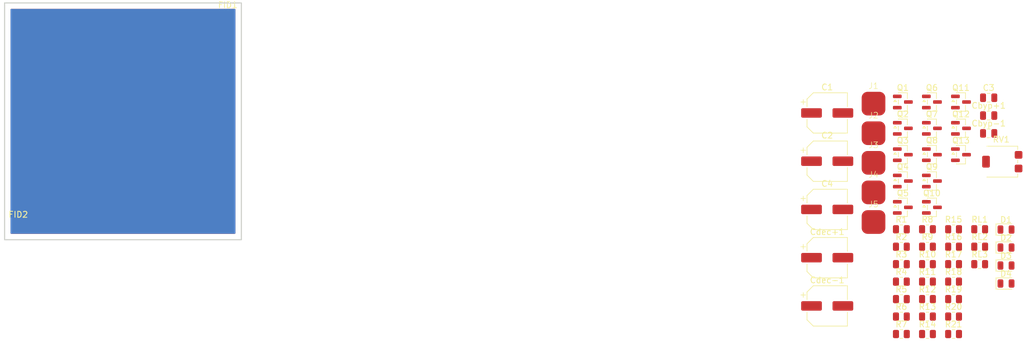
<source format=kicad_pcb>
(kicad_pcb (version 20241229) (generator "pcbnew") (generator_version "9.0")
  (layers (0 "F.Cu" signal) (2 "B.Cu" signal) (13 "F.Paste" user) (15 "B.Paste" user) (5 "F.SilkS" user "F.Silkscreen") (7 "B.SilkS" user "B.Silkscreen") (1 "F.Mask" user) (3 "B.Mask" user) (25 "Edge.Cuts" user))
  (net 0 "")
  (net 1 "/VIN")
  (net 2 "Net-(Q1-B)")
  (net 3 "Net-(C2-Pad2)")
  (net 4 "GND")
  (net 5 "Net-(Q1-C)")
  (net 6 "Net-(Q11-B)")
  (net 7 "Net-(Q10-B)")
  (net 8 "+20V")
  (net 9 "-20V")
  (net 10 "Net-(D1-K)")
  (net 11 "Net-(D2-K)")
  (net 12 "Net-(D3-A)")
  (net 13 "Net-(D4-A)")
  (net 14 "/Vout")
  (net 15 "Net-(Q1-E)")
  (net 16 "/Feedback")
  (net 17 "Net-(Q2-C)")
  (net 18 "Net-(Q2-E)")
  (net 19 "Net-(Q3-E)")
  (net 20 "Net-(Q4-E)")
  (net 21 "Net-(Q5-C)")
  (net 22 "Net-(Q5-E)")
  (net 23 "Net-(Q6-E)")
  (net 24 "Net-(Q8-E)")
  (net 25 "Net-(Q9-B)")
  (net 26 "Net-(Q10-E)")
  (net 27 "Net-(Q11-E)")
  (net 28 "Net-(Q12-E)")
  (net 29 "Net-(Q13-E)")
  (net 30 "Net-(R8-Pad2)")
  (net 31 "Net-(R15-Pad1)")
  (net 32 "Net-(R16-Pad1)")
  (net 33 "Net-(R17-Pad1)")
  (net 34 "Net-(RL1-Pad1)")
  (net 35 "Net-(RL2-Pad1)")
  (footprint "Diode_SMD:D_0805_2012Metric" (layer "F.Cu") (at 249.1825 121.32)
    (property "Reference" "D2" (at 0 -1.65 0) (layer "F.SilkS"))
    (property "Value" "D")
    (fp_line (start -1.685 -0.96) (end -1.685 0.96) (stroke (width 0.12)) (layer "F.SilkS"))
    (fp_line (start -1.685 0.96) (end 1 0.96) (stroke (width 0.12)) (layer "F.SilkS"))
    (fp_line (start 1 -0.96) (end -1.685 -0.96) (stroke (width 0.12)) (layer "F.SilkS"))
    (pad "1" smd roundrect (at -0.9375 0) (size 0.975 1.4) (layers "F.Cu" "F.Mask" "F.Paste") (net 11 "Net-(D2-K)"))
    (pad "2" smd roundrect (at 0.9375 0) (size 0.975 1.4) (layers "F.Cu" "F.Mask" "F.Paste") (net 10 "Net-(D1-K)"))
  )
  (footprint "my_lib_Radu:J_conn_4x4mm_Radu" (layer "F.Cu") (at 226.7975 107.01)
    (property "Reference" "J3" (at 0 -3 0) (layer "F.SilkS") (effects (font (thickness 0.1))))
    (property "Value" "Conn_01x01_Pin")
    (pad "1" smd roundrect (at 0 0) (size 4 4) (layers "F.Cu" "F.Mask" "F.Paste") (net 1 "/VIN"))
  )
  (footprint "my_lib_Radu:10uF_smd_6.3x5.4_Radu" (layer "F.Cu") (at 218.9725 98.585)
    (property "Reference" "C1" (at 0 -4.35 0) (layer "F.SilkS"))
    (property "Value" "10u")
    (fp_line (start -4.4375 -1.8475) (end -3.65 -1.8475) (stroke (width 0.12)) (layer "F.SilkS"))
    (fp_line (start -4.04375 -2.24125) (end -4.04375 -1.45375) (stroke (width 0.12)) (layer "F.SilkS"))
    (fp_line (start -3.41 -2.345563) (end -3.41 -1.06) (stroke (width 0.12)) (layer "F.SilkS"))
    (fp_line (start -3.41 -2.345563) (end -2.345563 -3.41) (stroke (width 0.12)) (layer "F.SilkS"))
    (fp_line (start -3.41 2.345563) (end -3.41 1.06) (stroke (width 0.12)) (layer "F.SilkS"))
    (fp_line (start -3.41 2.345563) (end -2.345563 3.41) (stroke (width 0.12)) (layer "F.SilkS"))
    (fp_line (start -2.345563 -3.41) (end 3.41 -3.41) (stroke (width 0.12)) (layer "F.SilkS"))
    (fp_line (start -2.345563 3.41) (end 3.41 3.41) (stroke (width 0.12)) (layer "F.SilkS"))
    (fp_line (start 3.41 -3.41) (end 3.41 -1.06) (stroke (width 0.12)) (layer "F.SilkS"))
    (fp_line (start 3.41 3.41) (end 3.41 1.06) (stroke (width 0.12)) (layer "F.SilkS"))
    (pad "1" smd roundrect (at -2.65 0) (size 3.5 1.6) (layers "F.Cu" "F.Mask" "F.Paste") (roundrect_rratio 0.15625) (net 1 "/VIN"))
    (pad "2" smd roundrect (at 2.65 0) (size 3.5 1.6) (layers "F.Cu" "F.Mask" "F.Paste") (roundrect_rratio 0.15625) (net 2 "Net-(Q1-B)"))
  )
  (footprint "Resistor_SMD:R_0805_2012Metric" (layer "F.Cu") (at 235.9125 132.985)
    (property "Reference" "R13" (at 0 -1.65 0) (layer "F.SilkS"))
    (property "Value" "2.7k")
    (fp_line (start -0.227064 -0.735) (end 0.227064 -0.735) (stroke (width 0.12)) (layer "F.SilkS"))
    (fp_line (start -0.227064 0.735) (end 0.227064 0.735) (stroke (width 0.12)) (layer "F.SilkS"))
    (pad "1" smd roundrect (at -0.9125 0) (size 1.025 1.4) (layers "F.Cu" "F.Mask" "F.Paste") (roundrect_rratio 0.243902) (net 7 "Net-(Q10-B)"))
    (pad "2" smd roundrect (at 0.9125 0) (size 1.025 1.4) (layers "F.Cu" "F.Mask" "F.Paste") (roundrect_rratio 0.243902) (net 25 "Net-(Q9-B)"))
  )
  (footprint "Resistor_SMD:R_0805_2012Metric" (layer "F.Cu") (at 240.3225 118.235)
    (property "Reference" "R15" (at 0 -1.65 0) (layer "F.SilkS"))
    (property "Value" "2")
    (fp_line (start -0.227064 -0.735) (end 0.227064 -0.735) (stroke (width 0.12)) (layer "F.SilkS"))
    (fp_line (start -0.227064 0.735) (end 0.227064 0.735) (stroke (width 0.12)) (layer "F.SilkS"))
    (pad "1" smd roundrect (at -0.9125 0) (size 1.025 1.4) (layers "F.Cu" "F.Mask" "F.Paste") (roundrect_rratio 0.243902) (net 31 "Net-(R15-Pad1)"))
    (pad "2" smd roundrect (at 0.9125 0) (size 1.025 1.4) (layers "F.Cu" "F.Mask" "F.Paste") (roundrect_rratio 0.243902) (net 28 "Net-(Q12-E)"))
  )
  (footprint "Resistor_SMD:R_0805_2012Metric" (layer "F.Cu") (at 235.9125 135.935)
    (property "Reference" "R14" (at 0 -1.65 0) (layer "F.SilkS"))
    (property "Value" "100")
    (fp_line (start -0.227064 -0.735) (end 0.227064 -0.735) (stroke (width 0.12)) (layer "F.SilkS"))
    (fp_line (start -0.227064 0.735) (end 0.227064 0.735) (stroke (width 0.12)) (layer "F.SilkS"))
    (pad "1" smd roundrect (at -0.9125 0) (size 1.025 1.4) (layers "F.Cu" "F.Mask" "F.Paste") (roundrect_rratio 0.243902) (net 8 "+20V"))
    (pad "2" smd roundrect (at 0.9125 0) (size 1.025 1.4) (layers "F.Cu" "F.Mask" "F.Paste") (roundrect_rratio 0.243902) (net 24 "Net-(Q8-E)"))
  )
  (footprint "Diode_SMD:D_0805_2012Metric" (layer "F.Cu") (at 249.1825 118.28)
    (property "Reference" "D1" (at 0 -1.65 0) (layer "F.SilkS"))
    (property "Value" "D")
    (fp_line (start -1.685 -0.96) (end -1.685 0.96) (stroke (width 0.12)) (layer "F.SilkS"))
    (fp_line (start -1.685 0.96) (end 1 0.96) (stroke (width 0.12)) (layer "F.SilkS"))
    (fp_line (start 1 -0.96) (end -1.685 -0.96) (stroke (width 0.12)) (layer "F.SilkS"))
    (pad "1" smd roundrect (at -0.9375 0) (size 0.975 1.4) (layers "F.Cu" "F.Mask" "F.Paste") (net 10 "Net-(D1-K)"))
    (pad "2" smd roundrect (at 0.9375 0) (size 0.975 1.4) (layers "F.Cu" "F.Mask" "F.Paste") (net 8 "+20V"))
  )
  (footprint "Resistor_SMD:R_0805_2012Metric" (layer "F.Cu") (at 244.7325 118.235)
    (property "Reference" "RL1" (at 0 -1.65 0) (layer "F.SilkS"))
    (property "Value" "220")
    (fp_line (start -0.227064 -0.735) (end 0.227064 -0.735) (stroke (width 0.12)) (layer "F.SilkS"))
    (fp_line (start -0.227064 0.735) (end 0.227064 0.735) (stroke (width 0.12)) (layer "F.SilkS"))
    (pad "1" smd roundrect (at -0.9125 0) (size 1.025 1.4) (layers "F.Cu" "F.Mask" "F.Paste") (roundrect_rratio 0.243902) (net 34 "Net-(RL1-Pad1)"))
    (pad "2" smd roundrect (at 0.9125 0) (size 1.025 1.4) (layers "F.Cu" "F.Mask" "F.Paste") (roundrect_rratio 0.243902) (net 14 "/Vout"))
  )
  (footprint "my_lib_Radu:10uF_smd_6.3x5.4_Radu" (layer "F.Cu") (at 218.9725 114.885)
    (property "Reference" "C4" (at 0 -4.35 0) (layer "F.SilkS"))
    (property "Value" "10u")
    (fp_line (start -4.4375 -1.8475) (end -3.65 -1.8475) (stroke (width 0.12)) (layer "F.SilkS"))
    (fp_line (start -4.04375 -2.24125) (end -4.04375 -1.45375) (stroke (width 0.12)) (layer "F.SilkS"))
    (fp_line (start -3.41 -2.345563) (end -3.41 -1.06) (stroke (width 0.12)) (layer "F.SilkS"))
    (fp_line (start -3.41 -2.345563) (end -2.345563 -3.41) (stroke (width 0.12)) (layer "F.SilkS"))
    (fp_line (start -3.41 2.345563) (end -3.41 1.06) (stroke (width 0.12)) (layer "F.SilkS"))
    (fp_line (start -3.41 2.345563) (end -2.345563 3.41) (stroke (width 0.12)) (layer "F.SilkS"))
    (fp_line (start -2.345563 -3.41) (end 3.41 -3.41) (stroke (width 0.12)) (layer "F.SilkS"))
    (fp_line (start -2.345563 3.41) (end 3.41 3.41) (stroke (width 0.12)) (layer "F.SilkS"))
    (fp_line (start 3.41 -3.41) (end 3.41 -1.06) (stroke (width 0.12)) (layer "F.SilkS"))
    (fp_line (start 3.41 3.41) (end 3.41 1.06) (stroke (width 0.12)) (layer "F.SilkS"))
    (pad "1" smd roundrect (at -2.65 0) (size 3.5 1.6) (layers "F.Cu" "F.Mask" "F.Paste") (roundrect_rratio 0.15625) (net 6 "Net-(Q11-B)"))
    (pad "2" smd roundrect (at 2.65 0) (size 3.5 1.6) (layers "F.Cu" "F.Mask" "F.Paste") (roundrect_rratio 0.15625) (net 7 "Net-(Q10-B)"))
  )
  (footprint "Resistor_SMD:R_0805_2012Metric" (layer "F.Cu") (at 231.5025 121.185)
    (property "Reference" "R2" (at 0 -1.65 0) (layer "F.SilkS"))
    (property "Value" "100")
    (fp_line (start -0.227064 -0.735) (end 0.227064 -0.735) (stroke (width 0.12)) (layer "F.SilkS"))
    (fp_line (start -0.227064 0.735) (end 0.227064 0.735) (stroke (width 0.12)) (layer "F.SilkS"))
    (pad "1" smd roundrect (at -0.9125 0) (size 1.025 1.4) (layers "F.Cu" "F.Mask" "F.Paste") (roundrect_rratio 0.243902) (net 21 "Net-(Q5-C)"))
    (pad "2" smd roundrect (at 0.9125 0) (size 1.025 1.4) (layers "F.Cu" "F.Mask" "F.Paste") (roundrect_rratio 0.243902) (net 15 "Net-(Q1-E)"))
  )
  (footprint "my_lib_Radu:sot23_Radu" (layer "F.Cu") (at 241.5725 101.185)
    (property "Reference" "Q12" (at 0 -2.4 0) (layer "F.SilkS"))
    (property "Value" "NPN")
    (fp_line (start -0.76 -1.56) (end 0.76 -1.56) (stroke (width 0.12)) (layer "F.SilkS"))
    (fp_line (start -0.76 -1.51) (end -0.76 -1.56) (stroke (width 0.12)) (layer "F.SilkS"))
    (fp_line (start -0.76 0.39) (end -0.76 -0.39) (stroke (width 0.12)) (layer "F.SilkS"))
    (fp_line (start -0.76 1.56) (end -0.76 1.51) (stroke (width 0.12)) (layer "F.SilkS"))
    (fp_line (start 0.76 -1.56) (end 0.76 -0.56) (stroke (width 0.12)) (layer "F.SilkS"))
    (fp_line (start 0.76 0.56) (end 0.76 1.56) (stroke (width 0.12)) (layer "F.SilkS"))
    (fp_line (start 0.76 1.56) (end -0.76 1.56) (stroke (width 0.12)) (layer "F.SilkS"))
    (fp_poly (pts (xy -1.3 -0.38) (xy -1.06 -0.05) (xy -1.54 -0.05)) (stroke (width 0.12)) (fill yes) (layer "F.SilkS"))
    (pad "1" smd roundrect (at 0.9375 0) (size 1.475 0.6) (layers "F.Cu" "F.Mask" "F.Paste") (net 8 "+20V"))
    (pad "2" smd roundrect (at -0.9375 -0.95) (size 1.475 0.6) (layers "F.Cu" "F.Mask" "F.Paste") (net 26 "Net-(Q10-E)"))
    (pad "3" smd roundrect (at -0.9375 0.95) (size 1.475 0.6) (layers "F.Cu" "F.Mask" "F.Paste") (net 28 "Net-(Q12-E)"))
  )
  (footprint "my_lib_Radu:sot23_Radu" (layer "F.Cu") (at 236.6625 110.085)
    (property "Reference" "Q9" (at 0 -2.4 0) (layer "F.SilkS"))
    (property "Value" "NPN")
    (fp_line (start -0.76 -1.56) (end 0.76 -1.56) (stroke (width 0.12)) (layer "F.SilkS"))
    (fp_line (start -0.76 -1.51) (end -0.76 -1.56) (stroke (width 0.12)) (layer "F.SilkS"))
    (fp_line (start -0.76 0.39) (end -0.76 -0.39) (stroke (width 0.12)) (layer "F.SilkS"))
    (fp_line (start -0.76 1.56) (end -0.76 1.51) (stroke (width 0.12)) (layer "F.SilkS"))
    (fp_line (start 0.76 -1.56) (end 0.76 -0.56) (stroke (width 0.12)) (layer "F.SilkS"))
    (fp_line (start 0.76 0.56) (end 0.76 1.56) (stroke (width 0.12)) (layer "F.SilkS"))
    (fp_line (start 0.76 1.56) (end -0.76 1.56) (stroke (width 0.12)) (layer "F.SilkS"))
    (fp_poly (pts (xy -1.3 -0.38) (xy -1.06 -0.05) (xy -1.54 -0.05)) (stroke (width 0.12)) (fill yes) (layer "F.SilkS"))
    (pad "1" smd roundrect (at 0.9375 0) (size 1.475 0.6) (layers "F.Cu" "F.Mask" "F.Paste") (net 7 "Net-(Q10-B)"))
    (pad "2" smd roundrect (at -0.9375 -0.95) (size 1.475 0.6) (layers "F.Cu" "F.Mask" "F.Paste") (net 25 "Net-(Q9-B)"))
    (pad "3" smd roundrect (at -0.9375 0.95) (size 1.475 0.6) (layers "F.Cu" "F.Mask" "F.Paste") (net 6 "Net-(Q11-B)"))
  )
  (footprint "Resistor_SMD:R_0805_2012Metric" (layer "F.Cu") (at 235.9125 130.035)
    (property "Reference" "R12" (at 0 -1.65 0) (layer "F.SilkS"))
    (property "Value" "2.2k")
    (fp_line (start -0.227064 -0.735) (end 0.227064 -0.735) (stroke (width 0.12)) (layer "F.SilkS"))
    (fp_line (start -0.227064 0.735) (end 0.227064 0.735) (stroke (width 0.12)) (layer "F.SilkS"))
    (pad "1" smd roundrect (at -0.9125 0) (size 1.025 1.4) (layers "F.Cu" "F.Mask" "F.Paste") (roundrect_rratio 0.243902) (net 23 "Net-(Q6-E)"))
    (pad "2" smd roundrect (at 0.9125 0) (size 1.025 1.4) (layers "F.Cu" "F.Mask" "F.Paste") (roundrect_rratio 0.243902) (net 9 "-20V"))
  )
  (footprint "Resistor_SMD:R_0805_2012Metric" (layer "F.Cu") (at 235.9125 127.085)
    (property "Reference" "R11" (at 0 -1.65 0) (layer "F.SilkS"))
    (property "Value" "470")
    (fp_line (start -0.227064 -0.735) (end 0.227064 -0.735) (stroke (width 0.12)) (layer "F.SilkS"))
    (fp_line (start -0.227064 0.735) (end 0.227064 0.735) (stroke (width 0.12)) (layer "F.SilkS"))
    (pad "1" smd roundrect (at -0.9125 0) (size 1.025 1.4) (layers "F.Cu" "F.Mask" "F.Paste") (roundrect_rratio 0.243902) (net 27 "Net-(Q11-E)"))
    (pad "2" smd roundrect (at 0.9125 0) (size 1.025 1.4) (layers "F.Cu" "F.Mask" "F.Paste") (roundrect_rratio 0.243902) (net 26 "Net-(Q10-E)"))
  )
  (footprint "my_lib_Radu:10uF_smd_6.3x5.4_Radu" (layer "F.Cu") (at 218.9725 106.735)
    (property "Reference" "C2" (at 0 -4.35 0) (layer "F.SilkS"))
    (property "Value" "10u")
    (fp_line (start -4.4375 -1.8475) (end -3.65 -1.8475) (stroke (width 0.12)) (layer "F.SilkS"))
    (fp_line (start -4.04375 -2.24125) (end -4.04375 -1.45375) (stroke (width 0.12)) (layer "F.SilkS"))
    (fp_line (start -3.41 -2.345563) (end -3.41 -1.06) (stroke (width 0.12)) (layer "F.SilkS"))
    (fp_line (start -3.41 -2.345563) (end -2.345563 -3.41) (stroke (width 0.12)) (layer "F.SilkS"))
    (fp_line (start -3.41 2.345563) (end -3.41 1.06) (stroke (width 0.12)) (layer "F.SilkS"))
    (fp_line (start -3.41 2.345563) (end -2.345563 3.41) (stroke (width 0.12)) (layer "F.SilkS"))
    (fp_line (start -2.345563 -3.41) (end 3.41 -3.41) (stroke (width 0.12)) (layer "F.SilkS"))
    (fp_line (start -2.345563 3.41) (end 3.41 3.41) (stroke (width 0.12)) (layer "F.SilkS"))
    (fp_line (start 3.41 -3.41) (end 3.41 -1.06) (stroke (width 0.12)) (layer "F.SilkS"))
    (fp_line (start 3.41 3.41) (end 3.41 1.06) (stroke (width 0.12)) (layer "F.SilkS"))
    (pad "1" smd roundrect (at -2.65 0) (size 3.5 1.6) (layers "F.Cu" "F.Mask" "F.Paste") (roundrect_rratio 0.15625) (net 4 "GND"))
    (pad "2" smd roundrect (at 2.65 0) (size 3.5 1.6) (layers "F.Cu" "F.Mask" "F.Paste") (roundrect_rratio 0.15625) (net 3 "Net-(C2-Pad2)"))
  )
  (footprint "Capacitor_SMD:C_0805_2012Metric" (layer "F.Cu") (at 246.2525 102.035)
    (property "Reference" "Cbyp-1" (at 0 -1.68 0) (layer "F.SilkS"))
    (property "Value" "100nF")
    (fp_line (start -0.261252 -0.735) (end 0.261252 -0.735) (stroke (width 0.12)) (layer "F.SilkS"))
    (fp_line (start -0.261252 0.735) (end 0.261252 0.735) (stroke (width 0.12)) (layer "F.SilkS"))
    (pad "1" smd roundrect (at -0.95 0) (size 1 1.45) (layers "F.Cu" "F.Mask" "F.Paste") (net 9 "-20V"))
    (pad "2" smd roundrect (at 0.95 0) (size 1 1.45) (layers "F.Cu" "F.Mask" "F.Paste") (net 4 "GND"))
  )
  (footprint "my_lib_Radu:sot23_Radu" (layer "F.Cu") (at 241.5725 96.735)
    (property "Reference" "Q11" (at 0 -2.4 0) (layer "F.SilkS"))
    (property "Value" "PNP")
    (fp_line (start -0.76 -1.56) (end 0.76 -1.56) (stroke (width 0.12)) (layer "F.SilkS"))
    (fp_line (start -0.76 -1.51) (end -0.76 -1.56) (stroke (width 0.12)) (layer "F.SilkS"))
    (fp_line (start -0.76 0.39) (end -0.76 -0.39) (stroke (width 0.12)) (layer "F.SilkS"))
    (fp_line (start -0.76 1.56) (end -0.76 1.51) (stroke (width 0.12)) (layer "F.SilkS"))
    (fp_line (start 0.76 -1.56) (end 0.76 -0.56) (stroke (width 0.12)) (layer "F.SilkS"))
    (fp_line (start 0.76 0.56) (end 0.76 1.56) (stroke (width 0.12)) (layer "F.SilkS"))
    (fp_line (start 0.76 1.56) (end -0.76 1.56) (stroke (width 0.12)) (layer "F.SilkS"))
    (fp_poly (pts (xy -1.3 -0.38) (xy -1.06 -0.05) (xy -1.54 -0.05)) (stroke (width 0.12)) (fill yes) (layer "F.SilkS"))
    (pad "1" smd roundrect (at 0.9375 0) (size 1.475 0.6) (layers "F.Cu" "F.Mask" "F.Paste") (net 9 "-20V"))
    (pad "2" smd roundrect (at -0.9375 -0.95) (size 1.475 0.6) (layers "F.Cu" "F.Mask" "F.Paste") (net 6 "Net-(Q11-B)"))
    (pad "3" smd roundrect (at -0.9375 0.95) (size 1.475 0.6) (layers "F.Cu" "F.Mask" "F.Paste") (net 27 "Net-(Q11-E)"))
  )
  (footprint "Resistor_SMD:R_0805_2012Metric" (layer "F.Cu") (at 240.3225 124.135)
    (property "Reference" "R17" (at 0 -1.65 0) (layer "F.SilkS"))
    (property "Value" "2")
    (fp_line (start -0.227064 -0.735) (end 0.227064 -0.735) (stroke (width 0.12)) (layer "F.SilkS"))
    (fp_line (start -0.227064 0.735) (end 0.227064 0.735) (stroke (width 0.12)) (layer "F.SilkS"))
    (pad "1" smd roundrect (at -0.9125 0) (size 1.025 1.4) (layers "F.Cu" "F.Mask" "F.Paste") (roundrect_rratio 0.243902) (net 33 "Net-(R17-Pad1)"))
    (pad "2" smd roundrect (at 0.9125 0) (size 1.025 1.4) (layers "F.Cu" "F.Mask" "F.Paste") (roundrect_rratio 0.243902) (net 32 "Net-(R16-Pad1)"))
  )
  (footprint "Capacitor_SMD:C_0805_2012Metric" (layer "F.Cu") (at 246.2525 96.015)
    (property "Reference" "C3" (at 0 -1.68 0) (layer "F.SilkS"))
    (property "Value" "100p")
    (fp_line (start -0.261252 -0.735) (end 0.261252 -0.735) (stroke (width 0.12)) (layer "F.SilkS"))
    (fp_line (start -0.261252 0.735) (end 0.261252 0.735) (stroke (width 0.12)) (layer "F.SilkS"))
    (pad "1" smd roundrect (at -0.95 0) (size 1 1.45) (layers "F.Cu" "F.Mask" "F.Paste") (net 5 "Net-(Q1-C)"))
    (pad "2" smd roundrect (at 0.95 0) (size 1 1.45) (layers "F.Cu" "F.Mask" "F.Paste") (net 6 "Net-(Q11-B)"))
  )
  (footprint "Resistor_SMD:R_0805_2012Metric" (layer "F.Cu") (at 244.7325 124.135)
    (property "Reference" "RL3" (at 0 -1.65 0) (layer "F.SilkS"))
    (property "Value" "10")
    (fp_line (start -0.227064 -0.735) (end 0.227064 -0.735) (stroke (width 0.12)) (layer "F.SilkS"))
    (fp_line (start -0.227064 0.735) (end 0.227064 0.735) (stroke (width 0.12)) (layer "F.SilkS"))
    (pad "1" smd roundrect (at -0.9125 0) (size 1.025 1.4) (layers "F.Cu" "F.Mask" "F.Paste") (roundrect_rratio 0.243902) (net 4 "GND"))
    (pad "2" smd roundrect (at 0.9125 0) (size 1.025 1.4) (layers "F.Cu" "F.Mask" "F.Paste") (roundrect_rratio 0.243902) (net 35 "Net-(RL2-Pad1)"))
  )
  (footprint "Resistor_SMD:R_0805_2012Metric" (layer "F.Cu") (at 231.5025 124.135)
    (property "Reference" "R3" (at 0 -1.65 0) (layer "F.SilkS"))
    (property "Value" "100")
    (fp_line (start -0.227064 -0.735) (end 0.227064 -0.735) (stroke (width 0.12)) (layer "F.SilkS"))
    (fp_line (start -0.227064 0.735) (end 0.227064 0.735) (stroke (width 0.12)) (layer "F.SilkS"))
    (pad "1" smd roundrect (at -0.9125 0) (size 1.025 1.4) (layers "F.Cu" "F.Mask" "F.Paste") (roundrect_rratio 0.243902) (net 21 "Net-(Q5-C)"))
    (pad "2" smd roundrect (at 0.9125 0) (size 1.025 1.4) (layers "F.Cu" "F.Mask" "F.Paste") (roundrect_rratio 0.243902) (net 18 "Net-(Q2-E)"))
  )
  (footprint "Resistor_SMD:R_0805_2012Metric" (layer "F.Cu") (at 240.3225 132.985)
    (property "Reference" "R20" (at 0 -1.65 0) (layer "F.SilkS"))
    (property "Value" "2.2k")
    (fp_line (start -0.227064 -0.735) (end 0.227064 -0.735) (stroke (width 0.12)) (layer "F.SilkS"))
    (fp_line (start -0.227064 0.735) (end 0.227064 0.735) (stroke (width 0.12)) (layer "F.SilkS"))
    (pad "1" smd roundrect (at -0.9125 0) (size 1.025 1.4) (layers "F.Cu" "F.Mask" "F.Paste") (roundrect_rratio 0.243902) (net 4 "GND"))
    (pad "2" smd roundrect (at 0.9125 0) (size 1.025 1.4) (layers "F.Cu" "F.Mask" "F.Paste") (roundrect_rratio 0.243902) (net 13 "Net-(D4-A)"))
  )
  (footprint "my_lib_Radu:sot23_Radu" (layer "F.Cu") (at 236.6625 114.535)
    (property "Reference" "Q10" (at 0 -2.4 0) (layer "F.SilkS"))
    (property "Value" "NPN")
    (fp_line (start -0.76 -1.56) (end 0.76 -1.56) (stroke (width 0.12)) (layer "F.SilkS"))
    (fp_line (start -0.76 -1.51) (end -0.76 -1.56) (stroke (width 0.12)) (layer "F.SilkS"))
    (fp_line (start -0.76 0.39) (end -0.76 -0.39) (stroke (width 0.12)) (layer "F.SilkS"))
    (fp_line (start -0.76 1.56) (end -0.76 1.51) (stroke (width 0.12)) (layer "F.SilkS"))
    (fp_line (start 0.76 -1.56) (end 0.76 -0.56) (stroke (width 0.12)) (layer "F.SilkS"))
    (fp_line (start 0.76 0.56) (end 0.76 1.56) (stroke (width 0.12)) (layer "F.SilkS"))
    (fp_line (start 0.76 1.56) (end -0.76 1.56) (stroke (width 0.12)) (layer "F.SilkS"))
    (fp_poly (pts (xy -1.3 -0.38) (xy -1.06 -0.05) (xy -1.54 -0.05)) (stroke (width 0.12)) (fill yes) (layer "F.SilkS"))
    (pad "1" smd roundrect (at 0.9375 0) (size 1.475 0.6) (layers "F.Cu" "F.Mask" "F.Paste") (net 8 "+20V"))
    (pad "2" smd roundrect (at -0.9375 -0.95) (size 1.475 0.6) (layers "F.Cu" "F.Mask" "F.Paste") (net 7 "Net-(Q10-B)"))
    (pad "3" smd roundrect (at -0.9375 0.95) (size 1.475 0.6) (layers "F.Cu" "F.Mask" "F.Paste") (net 26 "Net-(Q10-E)"))
  )
  (footprint "Resistor_SMD:R_0805_2012Metric" (layer "F.Cu") (at 231.5025 130.035)
    (property "Reference" "R5" (at 0 -1.65 0) (layer "F.SilkS"))
    (property "Value" "100")
    (fp_line (start -0.227064 -0.735) (end 0.227064 -0.735) (stroke (width 0.12)) (layer "F.SilkS"))
    (fp_line (start -0.227064 0.735) (end 0.227064 0.735) (stroke (width 0.12)) (layer "F.SilkS"))
    (pad "1" smd roundrect (at -0.9125 0) (size 1.025 1.4) (layers "F.Cu" "F.Mask" "F.Paste") (roundrect_rratio 0.243902) (net 20 "Net-(Q4-E)"))
    (pad "2" smd roundrect (at 0.9125 0) (size 1.025 1.4) (layers "F.Cu" "F.Mask" "F.Paste") (roundrect_rratio 0.243902) (net 9 "-20V"))
  )
  (footprint "Resistor_SMD:R_0805_2012Metric" (layer "F.Cu") (at 240.3225 135.935)
    (property "Reference" "R21" (at 0 -1.65 0) (layer "F.SilkS"))
    (property "Value" "2.2k")
    (fp_line (start -0.227064 -0.735) (end 0.227064 -0.735) (stroke (width 0.12)) (layer "F.SilkS"))
    (fp_line (start -0.227064 0.735) (end 0.227064 0.735) (stroke (width 0.12)) (layer "F.SilkS"))
    (pad "1" smd roundrect (at -0.9125 0) (size 1.025 1.4) (layers "F.Cu" "F.Mask" "F.Paste") (roundrect_rratio 0.243902) (net 8 "+20V"))
    (pad "2" smd roundrect (at 0.9125 0) (size 1.025 1.4) (layers "F.Cu" "F.Mask" "F.Paste") (roundrect_rratio 0.243902) (net 12 "Net-(D3-A)"))
  )
  (footprint "my_lib_Radu:10uF_smd_6.3x5.4_Radu" (layer "F.Cu") (at 218.9725 123.035)
    (property "Reference" "Cdec+1" (at 0 -4.35 0) (layer "F.SilkS"))
    (property "Value" "10uF")
    (fp_line (start -4.4375 -1.8475) (end -3.65 -1.8475) (stroke (width 0.12)) (layer "F.SilkS"))
    (fp_line (start -4.04375 -2.24125) (end -4.04375 -1.45375) (stroke (width 0.12)) (layer "F.SilkS"))
    (fp_line (start -3.41 -2.345563) (end -3.41 -1.06) (stroke (width 0.12)) (layer "F.SilkS"))
    (fp_line (start -3.41 -2.345563) (end -2.345563 -3.41) (stroke (width 0.12)) (layer "F.SilkS"))
    (fp_line (start -3.41 2.345563) (end -3.41 1.06) (stroke (width 0.12)) (layer "F.SilkS"))
    (fp_line (start -3.41 2.345563) (end -2.345563 3.41) (stroke (width 0.12)) (layer "F.SilkS"))
    (fp_line (start -2.345563 -3.41) (end 3.41 -3.41) (stroke (width 0.12)) (layer "F.SilkS"))
    (fp_line (start -2.345563 3.41) (end 3.41 3.41) (stroke (width 0.12)) (layer "F.SilkS"))
    (fp_line (start 3.41 -3.41) (end 3.41 -1.06) (stroke (width 0.12)) (layer "F.SilkS"))
    (fp_line (start 3.41 3.41) (end 3.41 1.06) (stroke (width 0.12)) (layer "F.SilkS"))
    (pad "1" smd roundrect (at -2.65 0) (size 3.5 1.6) (layers "F.Cu" "F.Mask" "F.Paste") (roundrect_rratio 0.15625) (net 8 "+20V"))
    (pad "2" smd roundrect (at 2.65 0) (size 3.5 1.6) (layers "F.Cu" "F.Mask" "F.Paste") (roundrect_rratio 0.15625) (net 4 "GND"))
  )
  (footprint "my_lib_Radu:sot23_Radu" (layer "F.Cu") (at 236.6625 105.635)
    (property "Reference" "Q8" (at 0 -2.4 0) (layer "F.SilkS"))
    (property "Value" "PNP")
    (fp_line (start -0.76 -1.56) (end 0.76 -1.56) (stroke (width 0.12)) (layer "F.SilkS"))
    (fp_line (start -0.76 -1.51) (end -0.76 -1.56) (stroke (width 0.12)) (layer "F.SilkS"))
    (fp_line (start -0.76 0.39) (end -0.76 -0.39) (stroke (width 0.12)) (layer "F.SilkS"))
    (fp_line (start -0.76 1.56) (end -0.76 1.51) (stroke (width 0.12)) (layer "F.SilkS"))
    (fp_line (start 0.76 -1.56) (end 0.76 -0.56) (stroke (width 0.12)) (layer "F.SilkS"))
    (fp_line (start 0.76 0.56) (end 0.76 1.56) (stroke (width 0.12)) (layer "F.SilkS"))
    (fp_line (start 0.76 1.56) (end -0.76 1.56) (stroke (width 0.12)) (layer "F.SilkS"))
    (fp_poly (pts (xy -1.3 -0.38) (xy -1.06 -0.05) (xy -1.54 -0.05)) (stroke (width 0.12)) (fill yes) (layer "F.SilkS"))
    (pad "1" smd roundrect (at 0.9375 0) (size 1.475 0.6) (layers "F.Cu" "F.Mask" "F.Paste") (net 7 "Net-(Q10-B)"))
    (pad "2" smd roundrect (at -0.9375 -0.95) (size 1.475 0.6) (layers "F.Cu" "F.Mask" "F.Paste") (net 11 "Net-(D2-K)"))
    (pad "3" smd roundrect (at -0.9375 0.95) (size 1.475 0.6) (layers "F.Cu" "F.Mask" "F.Paste") (net 24 "Net-(Q8-E)"))
  )
  (footprint "Resistor_SMD:R_0805_2012Metric" (layer "F.Cu") (at 231.5025 127.085)
    (property "Reference" "R4" (at 0 -1.65 0) (layer "F.SilkS"))
    (property "Value" "470")
    (fp_line (start -0.227064 -0.735) (end 0.227064 -0.735) (stroke (width 0.12)) (layer "F.SilkS"))
    (fp_line (start -0.227064 0.735) (end 0.227064 0.735) (stroke (width 0.12)) (layer "F.SilkS"))
    (pad "1" smd roundrect (at -0.9125 0) (size 1.025 1.4) (layers "F.Cu" "F.Mask" "F.Paste") (roundrect_rratio 0.243902) (net 8 "+20V"))
    (pad "2" smd roundrect (at 0.9125 0) (size 1.025 1.4) (layers "F.Cu" "F.Mask" "F.Paste") (roundrect_rratio 0.243902) (net 22 "Net-(Q5-E)"))
  )
  (footprint "my_lib_Radu:J_conn_4x4mm_Radu" (layer "F.Cu") (at 226.7975 112.01)
    (property "Reference" "J4" (at 0 -3 0) (layer "F.SilkS") (effects (font (thickness 0.1))))
    (property "Value" "Conn_01x01_Pin")
    (pad "1" smd roundrect (at 0 0) (size 4 4) (layers "F.Cu" "F.Mask" "F.Paste") (net 4 "GND"))
  )
  (footprint "my_lib_Radu:ts53yl_Radu" (layer "F.Cu") (at 248.5525 106.815)
    (property "Reference" "RV1" (at -0.175 -3.75 0) (layer "F.SilkS"))
    (property "Value" "2k")
    (fp_line (start -2.61 -2.61) (end 2.61 -2.61) (stroke (width 0.12)) (layer "F.SilkS"))
    (fp_line (start 2.61 -2.61) (end 2.61 -2.03) (stroke (width 0.12)) (layer "F.SilkS"))
    (fp_line (start 2.61 -0.27) (end 2.61 0.27) (stroke (width 0.12)) (layer "F.SilkS"))
    (fp_line (start 2.61 2.03) (end 2.61 2.61) (stroke (width 0.12)) (layer "F.SilkS"))
    (fp_line (start 2.61 2.61) (end -2.61 2.61) (stroke (width 0.12)) (layer "F.SilkS"))
    (pad "1" smd roundrect (at 2.75 -1.15) (size 1.3 1.3) (layers "F.Cu" "F.Mask" "F.Paste") (roundrect_rratio 0.192308) (net 25 "Net-(Q9-B)"))
    (pad "2" smd roundrect (at -2.75 0 90) (size 2 1.3) (layers "F.Cu" "F.Mask" "F.Paste") (roundrect_rratio 0.192308) (net 6 "Net-(Q11-B)"))
    (pad "3" smd roundrect (at 2.75 1.15) (size 1.3 1.3) (layers "F.Cu" "F.Mask" "F.Paste") (roundrect_rratio 0.192308) (net 6 "Net-(Q11-B)"))
  )
  (footprint "my_lib_Radu:sot23_Radu" (layer "F.Cu") (at 241.5725 105.635)
    (property "Reference" "Q13" (at 0 -2.4 0) (layer "F.SilkS"))
    (property "Value" "PNP")
    (fp_line (start -0.76 -1.56) (end 0.76 -1.56) (stroke (width 0.12)) (layer "F.SilkS"))
    (fp_line (start -0.76 -1.51) (end -0.76 -1.56) (stroke (width 0.12)) (layer "F.SilkS"))
    (fp_line (start -0.76 0.39) (end -0.76 -0.39) (stroke (width 0.12)) (layer "F.SilkS"))
    (fp_line (start -0.76 1.56) (end -0.76 1.51) (stroke (width 0.12)) (layer "F.SilkS"))
    (fp_line (start 0.76 -1.56) (end 0.76 -0.56) (stroke (width 0.12)) (layer "F.SilkS"))
    (fp_line (start 0.76 0.56) (end 0.76 1.56) (stroke (width 0.12)) (layer "F.SilkS"))
    (fp_line (start 0.76 1.56) (end -0.76 1.56) (stroke (width 0.12)) (layer "F.SilkS"))
    (fp_poly (pts (xy -1.3 -0.38) (xy -1.06 -0.05) (xy -1.54 -0.05)) (stroke (width 0.12)) (fill yes) (layer "F.SilkS"))
    (pad "1" smd roundrect (at 0.9375 0) (size 1.475 0.6) (layers "F.Cu" "F.Mask" "F.Paste") (net 9 "-20V"))
    (pad "2" smd roundrect (at -0.9375 -0.95) (size 1.475 0.6) (layers "F.Cu" "F.Mask" "F.Paste") (net 27 "Net-(Q11-E)"))
    (pad "3" smd roundrect (at -0.9375 0.95) (size 1.475 0.6) (layers "F.Cu" "F.Mask" "F.Paste") (net 29 "Net-(Q13-E)"))
  )
  (footprint "Resistor_SMD:R_0805_2012Metric" (layer "F.Cu") (at 231.5025 118.235)
    (property "Reference" "R1" (at 0 -1.65 0) (layer "F.SilkS"))
    (property "Value" "100k")
    (fp_line (start -0.227064 -0.735) (end 0.227064 -0.735) (stroke (width 0.12)) (layer "F.SilkS"))
    (fp_line (start -0.227064 0.735) (end 0.227064 0.735) (stroke (width 0.12)) (layer "F.SilkS"))
    (pad "1" smd roundrect (at -0.9125 0) (size 1.025 1.4) (layers "F.Cu" "F.Mask" "F.Paste") (roundrect_rratio 0.243902) (net 2 "Net-(Q1-B)"))
    (pad "2" smd roundrect (at 0.9125 0) (size 1.025 1.4) (layers "F.Cu" "F.Mask" "F.Paste") (roundrect_rratio 0.243902) (net 4 "GND"))
  )
  (footprint "Fiducial:Fiducial_1mm_Mask2mm" (layer "F.Cu") (at 82.3 117.7)
    (property "Reference" "FID2" (at 0 -1.95 0) (layer "F.SilkS"))
    (property "Value" "Fiducial")
    (pad "" smd circle (at 0 0) (size 1 1) (layers "F.Cu" "F.Mask") (clearance 0.6))
  )
  (footprint "my_lib_Radu:J_conn_4x4mm_Radu" (layer "F.Cu") (at 226.7975 102.01)
    (property "Reference" "J2" (at 0 -3 0) (layer "F.SilkS") (effects (font (thickness 0.1))))
    (property "Value" "Conn_01x01_Pin")
    (pad "1" smd roundrect (at 0 0) (size 4 4) (layers "F.Cu" "F.Mask" "F.Paste") (net 8 "+20V"))
  )
  (footprint "Resistor_SMD:R_0805_2012Metric" (layer "F.Cu") (at 240.3225 127.085)
    (property "Reference" "R18" (at 0 -1.65 0) (layer "F.SilkS"))
    (property "Value" "2")
    (fp_line (start -0.227064 -0.735) (end 0.227064 -0.735) (stroke (width 0.12)) (layer "F.SilkS"))
    (fp_line (start -0.227064 0.735) (end 0.227064 0.735) (stroke (width 0.12)) (layer "F.SilkS"))
    (pad "1" smd roundrect (at -0.9125 0) (size 1.025 1.4) (layers "F.Cu" "F.Mask" "F.Paste") (roundrect_rratio 0.243902) (net 29 "Net-(Q13-E)"))
    (pad "2" smd roundrect (at 0.9125 0) (size 1.025 1.4) (layers "F.Cu" "F.Mask" "F.Paste") (roundrect_rratio 0.243902) (net 33 "Net-(R17-Pad1)"))
  )
  (footprint "Fiducial:Fiducial_1mm_Mask2mm" (layer "F.Cu") (at 117.7 82.3)
    (property "Reference" "FID1" (at 0 -1.95 0) (layer "F.SilkS"))
    (property "Value" "Fiducial")
    (pad "" smd circle (at 0 0) (size 1 1) (layers "F.Cu" "F.Mask") (clearance 0.6))
  )
  (footprint "my_lib_Radu:J_conn_4x4mm_Radu" (layer "F.Cu") (at 226.7975 117.01)
    (property "Reference" "J5" (at 0 -3 0) (layer "F.SilkS") (effects (font (thickness 0.1))))
    (property "Value" "Conn_01x01_Pin")
    (pad "1" smd roundrect (at 0 0) (size 4 4) (layers "F.Cu" "F.Mask" "F.Paste") (net 14 "/Vout"))
  )
  (footprint "Resistor_SMD:R_0805_2012Metric" (layer "F.Cu") (at 240.3225 130.035)
    (property "Reference" "R19" (at 0 -1.65 0) (layer "F.SilkS"))
    (property "Value" "1")
    (fp_line (start -0.227064 -0.735) (end 0.227064 -0.735) (stroke (width 0.12)) (layer "F.SilkS"))
    (fp_line (start -0.227064 0.735) (end 0.227064 0.735) (stroke (width 0.12)) (layer "F.SilkS"))
    (pad "1" smd roundrect (at -0.9125 0) (size 1.025 1.4) (layers "F.Cu" "F.Mask" "F.Paste") (roundrect_rratio 0.243902) (net 14 "/Vout"))
    (pad "2" smd roundrect (at 0.9125 0) (size 1.025 1.4) (layers "F.Cu" "F.Mask" "F.Paste") (roundrect_rratio 0.243902) (net 32 "Net-(R16-Pad1)"))
  )
  (footprint "LED_SMD:LED_0805_2012Metric" (layer "F.Cu") (at 249.1825 124.36)
    (property "Reference" "D3" (at 0 -1.65 0) (layer "F.SilkS"))
    (property "Value" "LED")
    (fp_line (start -1.685 -0.96) (end -1.685 0.96) (stroke (width 0.12)) (layer "F.SilkS"))
    (fp_line (start -1.685 0.96) (end 1 0.96) (stroke (width 0.12)) (layer "F.SilkS"))
    (fp_line (start 1 -0.96) (end -1.685 -0.96) (stroke (width 0.12)) (layer "F.SilkS"))
    (pad "1" smd roundrect (at -0.9375 0) (size 0.975 1.4) (layers "F.Cu" "F.Mask" "F.Paste") (net 4 "GND"))
    (pad "2" smd roundrect (at 0.9375 0) (size 0.975 1.4) (layers "F.Cu" "F.Mask" "F.Paste") (net 12 "Net-(D3-A)"))
  )
  (footprint "Resistor_SMD:R_0805_2012Metric" (layer "F.Cu") (at 235.9125 124.135)
    (property "Reference" "R10" (at 0 -1.65 0) (layer "F.SilkS"))
    (property "Value" "100k")
    (fp_line (start -0.227064 -0.735) (end 0.227064 -0.735) (stroke (width 0.12)) (layer "F.SilkS"))
    (fp_line (start -0.227064 0.735) (end 0.227064 0.735) (stroke (width 0.12)) (layer "F.SilkS"))
    (pad "1" smd roundrect (at -0.9125 0) (size 1.025 1.4) (layers "F.Cu" "F.Mask" "F.Paste") (roundrect_rratio 0.243902) (net 16 "/Feedback"))
    (pad "2" smd roundrect (at 0.9125 0) (size 1.025 1.4) (layers "F.Cu" "F.Mask" "F.Paste") (roundrect_rratio 0.243902) (net 14 "/Vout"))
  )
  (footprint "my_lib_Radu:sot23_Radu" (layer "F.Cu") (at 231.7525 114.535)
    (property "Reference" "Q5" (at 0 -2.4 0) (layer "F.SilkS"))
    (property "Value" "PNP")
    (fp_line (start -0.76 -1.56) (end 0.76 -1.56) (stroke (width 0.12)) (layer "F.SilkS"))
    (fp_line (start -0.76 -1.51) (end -0.76 -1.56) (stroke (width 0.12)) (layer "F.SilkS"))
    (fp_line (start -0.76 0.39) (end -0.76 -0.39) (stroke (width 0.12)) (layer "F.SilkS"))
    (fp_line (start -0.76 1.56) (end -0.76 1.51) (stroke (width 0.12)) (layer "F.SilkS"))
    (fp_line (start 0.76 -1.56) (end 0.76 -0.56) (stroke (width 0.12)) (layer "F.SilkS"))
    (fp_line (start 0.76 0.56) (end 0.76 1.56) (stroke (width 0.12)) (layer "F.SilkS"))
    (fp_line (start 0.76 1.56) (end -0.76 1.56) (stroke (width 0.12)) (layer "F.SilkS"))
    (fp_poly (pts (xy -1.3 -0.38) (xy -1.06 -0.05) (xy -1.54 -0.05)) (stroke (width 0.12)) (fill yes) (layer "F.SilkS"))
    (pad "1" smd roundrect (at 0.9375 0) (size 1.475 0.6) (layers "F.Cu" "F.Mask" "F.Paste") (net 21 "Net-(Q5-C)"))
    (pad "2" smd roundrect (at -0.9375 -0.95) (size 1.475 0.6) (layers "F.Cu" "F.Mask" "F.Paste") (net 11 "Net-(D2-K)"))
    (pad "3" smd roundrect (at -0.9375 0.95) (size 1.475 0.6) (layers "F.Cu" "F.Mask" "F.Paste") (net 22 "Net-(Q5-E)"))
  )
  (footprint "my_lib_Radu:sot23_Radu" (layer "F.Cu") (at 231.7525 101.185)
    (property "Reference" "Q2" (at 0 -2.4 0) (layer "F.SilkS"))
    (property "Value" "PNP")
    (fp_line (start -0.76 -1.56) (end 0.76 -1.56) (stroke (width 0.12)) (layer "F.SilkS"))
    (fp_line (start -0.76 -1.51) (end -0.76 -1.56) (stroke (width 0.12)) (layer "F.SilkS"))
    (fp_line (start -0.76 0.39) (end -0.76 -0.39) (stroke (width 0.12)) (layer "F.SilkS"))
    (fp_line (start -0.76 1.56) (end -0.76 1.51) (stroke (width 0.12)) (layer "F.SilkS"))
    (fp_line (start 0.76 -1.56) (end 0.76 -0.56) (stroke (width 0.12)) (layer "F.SilkS"))
    (fp_line (start 0.76 0.56) (end 0.76 1.56) (stroke (width 0.12)) (layer "F.SilkS"))
    (fp_line (start 0.76 1.56) (end -0.76 1.56) (stroke (width 0.12)) (layer "F.SilkS"))
    (fp_poly (pts (xy -1.3 -0.38) (xy -1.06 -0.05) (xy -1.54 -0.05)) (stroke (width 0.12)) (fill yes) (layer "F.SilkS"))
    (pad "1" smd roundrect (at 0.9375 0) (size 1.475 0.6) (layers "F.Cu" "F.Mask" "F.Paste") (net 17 "Net-(Q2-C)"))
    (pad "2" smd roundrect (at -0.9375 -0.95) (size 1.475 0.6) (layers "F.Cu" "F.Mask" "F.Paste") (net 16 "/Feedback"))
    (pad "3" smd roundrect (at -0.9375 0.95) (size 1.475 0.6) (layers "F.Cu" "F.Mask" "F.Paste") (net 18 "Net-(Q2-E)"))
  )
  (footprint "Resistor_SMD:R_0805_2012Metric" (layer "F.Cu") (at 244.7325 121.185)
    (property "Reference" "RL2" (at 0 -1.65 0) (layer "F.SilkS"))
    (property "Value" "10")
    (fp_line (start -0.227064 -0.735) (end 0.227064 -0.735) (stroke (width 0.12)) (layer "F.SilkS"))
    (fp_line (start -0.227064 0.735) (end 0.227064 0.735) (stroke (width 0.12)) (layer "F.SilkS"))
    (pad "1" smd roundrect (at -0.9125 0) (size 1.025 1.4) (layers "F.Cu" "F.Mask" "F.Paste") (roundrect_rratio 0.243902) (net 35 "Net-(RL2-Pad1)"))
    (pad "2" smd roundrect (at 0.9125 0) (size 1.025 1.4) (layers "F.Cu" "F.Mask" "F.Paste") (roundrect_rratio 0.243902) (net 34 "Net-(RL1-Pad1)"))
  )
  (footprint "my_lib_Radu:J_conn_4x4mm_Radu" (layer "F.Cu") (at 226.7975 97.01)
    (property "Reference" "J1" (at 0 -3 0) (layer "F.SilkS") (effects (font (thickness 0.1))))
    (property "Value" "Conn_01x01_Pin")
    (pad "1" smd roundrect (at 0 0) (size 4 4) (layers "F.Cu" "F.Mask" "F.Paste") (net 9 "-20V"))
  )
  (footprint "my_lib_Radu:sot23_Radu" (layer "F.Cu") (at 236.6625 101.185)
    (property "Reference" "Q7" (at 0 -2.4 0) (layer "F.SilkS"))
    (property "Value" "NPN")
    (fp_line (start -0.76 -1.56) (end 0.76 -1.56) (stroke (width 0.12)) (layer "F.SilkS"))
    (fp_line (start -0.76 -1.51) (end -0.76 -1.56) (stroke (width 0.12)) (layer "F.SilkS"))
    (fp_line (start -0.76 0.39) (end -0.76 -0.39) (stroke (width 0.12)) (layer "F.SilkS"))
    (fp_line (start -0.76 1.56) (end -0.76 1.51) (stroke (width 0.12)) (layer "F.SilkS"))
    (fp_line (start 0.76 -1.56) (end 0.76 -0.56) (stroke (width 0.12)) (layer "F.SilkS"))
    (fp_line (start 0.76 0.56) (end 0.76 1.56) (stroke (width 0.12)) (layer "F.SilkS"))
    (fp_line (start 0.76 1.56) (end -0.76 1.56) (stroke (width 0.12)) (layer "F.SilkS"))
    (fp_poly (pts (xy -1.3 -0.38) (xy -1.06 -0.05) (xy -1.54 -0.05)) (stroke (width 0.12)) (fill yes) (layer "F.SilkS"))
    (pad "1" smd roundrect (at 0.9375 0) (size 1.475 0.6) (layers "F.Cu" "F.Mask" "F.Paste") (net 6 "Net-(Q11-B)"))
    (pad "2" smd roundrect (at -0.9375 -0.95) (size 1.475 0.6) (layers "F.Cu" "F.Mask" "F.Paste") (net 23 "Net-(Q6-E)"))
    (pad "3" smd roundrect (at -0.9375 0.95) (size 1.475 0.6) (layers "F.Cu" "F.Mask" "F.Paste") (net 9 "-20V"))
  )
  (footprint "my_lib_Radu:sot23_Radu" (layer "F.Cu") (at 236.6625 96.735)
    (property "Reference" "Q6" (at 0 -2.4 0) (layer "F.SilkS"))
    (property "Value" "NPN")
    (fp_line (start -0.76 -1.56) (end 0.76 -1.56) (stroke (width 0.12)) (layer "F.SilkS"))
    (fp_line (start -0.76 -1.51) (end -0.76 -1.56) (stroke (width 0.12)) (layer "F.SilkS"))
    (fp_line (start -0.76 0.39) (end -0.76 -0.39) (stroke (width 0.12)) (layer "F.SilkS"))
    (fp_line (start -0.76 1.56) (end -0.76 1.51) (stroke (width 0.12)) (layer "F.SilkS"))
    (fp_line (start 0.76 -1.56) (end 0.76 -0.56) (stroke (width 0.12)) (layer "F.SilkS"))
    (fp_line (start 0.76 0.56) (end 0.76 1.56) (stroke (width 0.12)) (layer "F.SilkS"))
    (fp_line (start 0.76 1.56) (end -0.76 1.56) (stroke (width 0.12)) (layer "F.SilkS"))
    (fp_poly (pts (xy -1.3 -0.38) (xy -1.06 -0.05) (xy -1.54 -0.05)) (stroke (width 0.12)) (fill yes) (layer "F.SilkS"))
    (pad "1" smd roundrect (at 0.9375 0) (size 1.475 0.6) (layers "F.Cu" "F.Mask" "F.Paste") (net 4 "GND"))
    (pad "2" smd roundrect (at -0.9375 -0.95) (size 1.475 0.6) (layers "F.Cu" "F.Mask" "F.Paste") (net 5 "Net-(Q1-C)"))
    (pad "3" smd roundrect (at -0.9375 0.95) (size 1.475 0.6) (layers "F.Cu" "F.Mask" "F.Paste") (net 23 "Net-(Q6-E)"))
  )
  (footprint "LED_SMD:LED_0805_2012Metric" (layer "F.Cu") (at 249.1825 127.4)
    (property "Reference" "D4" (at 0 -1.65 0) (layer "F.SilkS"))
    (property "Value" "LED")
    (fp_line (start -1.685 -0.96) (end -1.685 0.96) (stroke (width 0.12)) (layer "F.SilkS"))
    (fp_line (start -1.685 0.96) (end 1 0.96) (stroke (width 0.12)) (layer "F.SilkS"))
    (fp_line (start 1 -0.96) (end -1.685 -0.96) (stroke (width 0.12)) (layer "F.SilkS"))
    (pad "1" smd roundrect (at -0.9375 0) (size 0.975 1.4) (layers "F.Cu" "F.Mask" "F.Paste") (net 9 "-20V"))
    (pad "2" smd roundrect (at 0.9375 0) (size 0.975 1.4) (layers "F.Cu" "F.Mask" "F.Paste") (net 13 "Net-(D4-A)"))
  )
  (footprint "my_lib_Radu:sot23_Radu" (layer "F.Cu") (at 231.7525 105.635)
    (property "Reference" "Q3" (at 0 -2.4 0) (layer "F.SilkS"))
    (property "Value" "NPN")
    (fp_line (start -0.76 -1.56) (end 0.76 -1.56) (stroke (width 0.12)) (layer "F.SilkS"))
    (fp_line (start -0.76 -1.51) (end -0.76 -1.56) (stroke (width 0.12)) (layer "F.SilkS"))
    (fp_line (start -0.76 0.39) (end -0.76 -0.39) (stroke (width 0.12)) (layer "F.SilkS"))
    (fp_line (start -0.76 1.56) (end -0.76 1.51) (stroke (width 0.12)) (layer "F.SilkS"))
    (fp_line (start 0.76 -1.56) (end 0.76 -0.56) (stroke (width 0.12)) (layer "F.SilkS"))
    (fp_line (start 0.76 0.56) (end 0.76 1.56) (stroke (width 0.12)) (layer "F.SilkS"))
    (fp_line (start 0.76 1.56) (end -0.76 1.56) (stroke (width 0.12)) (layer "F.SilkS"))
    (fp_poly (pts (xy -1.3 -0.38) (xy -1.06 -0.05) (xy -1.54 -0.05)) (stroke (width 0.12)) (fill yes) (layer "F.SilkS"))
    (pad "1" smd roundrect (at 0.9375 0) (size 1.475 0.6) (layers "F.Cu" "F.Mask" "F.Paste") (net 17 "Net-(Q2-C)"))
    (pad "2" smd roundrect (at -0.9375 -0.95) (size 1.475 0.6) (layers "F.Cu" "F.Mask" "F.Paste") (net 17 "Net-(Q2-C)"))
    (pad "3" smd roundrect (at -0.9375 0.95) (size 1.475 0.6) (layers "F.Cu" "F.Mask" "F.Paste") (net 19 "Net-(Q3-E)"))
  )
  (footprint "my_lib_Radu:sot23_Radu" (layer "F.Cu") (at 231.7525 110.085)
    (property "Reference" "Q4" (at 0 -2.4 0) (layer "F.SilkS"))
    (property "Value" "NPN")
    (fp_line (start -0.76 -1.56) (end 0.76 -1.56) (stroke (width 0.12)) (layer "F.SilkS"))
    (fp_line (start -0.76 -1.51) (end -0.76 -1.56) (stroke (width 0.12)) (layer "F.SilkS"))
    (fp_line (start -0.76 0.39) (end -0.76 -0.39) (stroke (width 0.12)) (layer "F.SilkS"))
    (fp_line (start -0.76 1.56) (end -0.76 1.51) (stroke (width 0.12)) (layer "F.SilkS"))
    (fp_line (start 0.76 -1.56) (end 0.76 -0.56) (stroke (width 0.12)) (layer "F.SilkS"))
    (fp_line (start 0.76 0.56) (end 0.76 1.56) (stroke (width 0.12)) (layer "F.SilkS"))
    (fp_line (start 0.76 1.56) (end -0.76 1.56) (stroke (width 0.12)) (layer "F.SilkS"))
    (fp_poly (pts (xy -1.3 -0.38) (xy -1.06 -0.05) (xy -1.54 -0.05)) (stroke (width 0.12)) (fill yes) (layer "F.SilkS"))
    (pad "1" smd roundrect (at 0.9375 0) (size 1.475 0.6) (layers "F.Cu" "F.Mask" "F.Paste") (net 5 "Net-(Q1-C)"))
    (pad "2" smd roundrect (at -0.9375 -0.95) (size 1.475 0.6) (layers "F.Cu" "F.Mask" "F.Paste") (net 17 "Net-(Q2-C)"))
    (pad "3" smd roundrect (at -0.9375 0.95) (size 1.475 0.6) (layers "F.Cu" "F.Mask" "F.Paste") (net 20 "Net-(Q4-E)"))
  )
  (footprint "my_lib_Radu:sot23_Radu" (layer "F.Cu") (at 231.7525 96.735)
    (property "Reference" "Q1" (at 0 -2.4 0) (layer "F.SilkS"))
    (property "Value" "PNP")
    (fp_line (start -0.76 -1.56) (end 0.76 -1.56) (stroke (width 0.12)) (layer "F.SilkS"))
    (fp_line (start -0.76 -1.51) (end -0.76 -1.56) (stroke (width 0.12)) (layer "F.SilkS"))
    (fp_line (start -0.76 0.39) (end -0.76 -0.39) (stroke (width 0.12)) (layer "F.SilkS"))
    (fp_line (start -0.76 1.56) (end -0.76 1.51) (stroke (width 0.12)) (layer "F.SilkS"))
    (fp_line (start 0.76 -1.56) (end 0.76 -0.56) (stroke (width 0.12)) (layer "F.SilkS"))
    (fp_line (start 0.76 0.56) (end 0.76 1.56) (stroke (width 0.12)) (layer "F.SilkS"))
    (fp_line (start 0.76 1.56) (end -0.76 1.56) (stroke (width 0.12)) (layer "F.SilkS"))
    (fp_poly (pts (xy -1.3 -0.38) (xy -1.06 -0.05) (xy -1.54 -0.05)) (stroke (width 0.12)) (fill yes) (layer "F.SilkS"))
    (pad "1" smd roundrect (at 0.9375 0) (size 1.475 0.6) (layers "F.Cu" "F.Mask" "F.Paste") (net 5 "Net-(Q1-C)"))
    (pad "2" smd roundrect (at -0.9375 -0.95) (size 1.475 0.6) (layers "F.Cu" "F.Mask" "F.Paste") (net 2 "Net-(Q1-B)"))
    (pad "3" smd roundrect (at -0.9375 0.95) (size 1.475 0.6) (layers "F.Cu" "F.Mask" "F.Paste") (net 15 "Net-(Q1-E)"))
  )
  (footprint "my_lib_Radu:10uF_smd_6.3x5.4_Radu" (layer "F.Cu") (at 218.9725 131.185)
    (property "Reference" "Cdec-1" (at 0 -4.35 0) (layer "F.SilkS"))
    (property "Value" "10uF")
    (fp_line (start -4.4375 -1.8475) (end -3.65 -1.8475) (stroke (width 0.12)) (layer "F.SilkS"))
    (fp_line (start -4.04375 -2.24125) (end -4.04375 -1.45375) (stroke (width 0.12)) (layer "F.SilkS"))
    (fp_line (start -3.41 -2.345563) (end -3.41 -1.06) (stroke (width 0.12)) (layer "F.SilkS"))
    (fp_line (start -3.41 -2.345563) (end -2.345563 -3.41) (stroke (width 0.12)) (layer "F.SilkS"))
    (fp_line (start -3.41 2.345563) (end -3.41 1.06) (stroke (width 0.12)) (layer "F.SilkS"))
    (fp_line (start -3.41 2.345563) (end -2.345563 3.41) (stroke (width 0.12)) (layer "F.SilkS"))
    (fp_line (start -2.345563 -3.41) (end 3.41 -3.41) (stroke (width 0.12)) (layer "F.SilkS"))
    (fp_line (start -2.345563 3.41) (end 3.41 3.41) (stroke (width 0.12)) (layer "F.SilkS"))
    (fp_line (start 3.41 -3.41) (end 3.41 -1.06) (stroke (width 0.12)) (layer "F.SilkS"))
    (fp_line (start 3.41 3.41) (end 3.41 1.06) (stroke (width 0.12)) (layer "F.SilkS"))
    (pad "1" smd roundrect (at -2.65 0) (size 3.5 1.6) (layers "F.Cu" "F.Mask" "F.Paste") (roundrect_rratio 0.15625) (net 9 "-20V"))
    (pad "2" smd roundrect (at 2.65 0) (size 3.5 1.6) (layers "F.Cu" "F.Mask" "F.Paste") (roundrect_rratio 0.15625) (net 4 "GND"))
  )
  (footprint "Resistor_SMD:R_0805_2012Metric" (layer "F.Cu") (at 240.3225 121.185)
    (property "Reference" "R16" (at 0 -1.65 0) (layer "F.SilkS"))
    (property "Value" "2")
    (fp_line (start -0.227064 -0.735) (end 0.227064 -0.735) (stroke (width 0.12)) (layer "F.SilkS"))
    (fp_line (start -0.227064 0.735) (end 0.227064 0.735) (stroke (width 0.12)) (layer "F.SilkS"))
    (pad "1" smd roundrect (at -0.9125 0) (size 1.025 1.4) (layers "F.Cu" "F.Mask" "F.Paste") (roundrect_rratio 0.243902) (net 32 "Net-(R16-Pad1)"))
    (pad "2" smd roundrect (at 0.9125 0) (size 1.025 1.4) (layers "F.Cu" "F.Mask" "F.Paste") (roundrect_rratio 0.243902) (net 31 "Net-(R15-Pad1)"))
  )
  (footprint "Resistor_SMD:R_0805_2012Metric" (layer "F.Cu") (at 231.5025 135.935)
    (property "Reference" "R7" (at 0 -1.65 0) (layer "F.SilkS"))
    (property "Value" "15k")
    (fp_line (start -0.227064 -0.735) (end 0.227064 -0.735) (stroke (width 0.12)) (layer "F.SilkS"))
    (fp_line (start -0.227064 0.735) (end 0.227064 0.735) (stroke (width 0.12)) (layer "F.SilkS"))
    (pad "1" smd roundrect (at -0.9125 0) (size 1.025 1.4) (layers "F.Cu" "F.Mask" "F.Paste") (roundrect_rratio 0.243902) (net 11 "Net-(D2-K)"))
    (pad "2" smd roundrect (at 0.9125 0) (size 1.025 1.4) (layers "F.Cu" "F.Mask" "F.Paste") (roundrect_rratio 0.243902) (net 4 "GND"))
  )
  (footprint "Resistor_SMD:R_0805_2012Metric" (layer "F.Cu") (at 235.9125 121.185)
    (property "Reference" "R9" (at 0 -1.65 0) (layer "F.SilkS"))
    (property "Value" "1.8k")
    (fp_line (start -0.227064 -0.735) (end 0.227064 -0.735) (stroke (width 0.12)) (layer "F.SilkS"))
    (fp_line (start -0.227064 0.735) (end 0.227064 0.735) (stroke (width 0.12)) (layer "F.SilkS"))
    (pad "1" smd roundrect (at -0.9125 0) (size 1.025 1.4) (layers "F.Cu" "F.Mask" "F.Paste") (roundrect_rratio 0.243902) (net 30 "Net-(R8-Pad2)"))
    (pad "2" smd roundrect (at 0.9125 0) (size 1.025 1.4) (layers "F.Cu" "F.Mask" "F.Paste") (roundrect_rratio 0.243902) (net 3 "Net-(C2-Pad2)"))
  )
  (footprint "Resistor_SMD:R_0805_2012Metric" (layer "F.Cu") (at 235.9125 118.235)
    (property "Reference" "R8" (at 0 -1.65 0) (layer "F.SilkS"))
    (property "Value" "9.1k")
    (fp_line (start -0.227064 -0.735) (end 0.227064 -0.735) (stroke (width 0.12)) (layer "F.SilkS"))
    (fp_line (start -0.227064 0.735) (end 0.227064 0.735) (stroke (width 0.12)) (layer "F.SilkS"))
    (pad "1" smd roundrect (at -0.9125 0) (size 1.025 1.4) (layers "F.Cu" "F.Mask" "F.Paste") (roundrect_rratio 0.243902) (net 16 "/Feedback"))
    (pad "2" smd roundrect (at 0.9125 0) (size 1.025 1.4) (layers "F.Cu" "F.Mask" "F.Paste") (roundrect_rratio 0.243902) (net 30 "Net-(R8-Pad2)"))
  )
  (footprint "Capacitor_SMD:C_0805_2012Metric" (layer "F.Cu") (at 246.2525 99.025)
    (property "Reference" "Cbyp+1" (at 0 -1.68 0) (layer "F.SilkS"))
    (property "Value" "100nF")
    (fp_line (start -0.261252 -0.735) (end 0.261252 -0.735) (stroke (width 0.12)) (layer "F.SilkS"))
    (fp_line (start -0.261252 0.735) (end 0.261252 0.735) (stroke (width 0.12)) (layer "F.SilkS"))
    (pad "1" smd roundrect (at -0.95 0) (size 1 1.45) (layers "F.Cu" "F.Mask" "F.Paste") (net 8 "+20V"))
    (pad "2" smd roundrect (at 0.95 0) (size 1 1.45) (layers "F.Cu" "F.Mask" "F.Paste") (net 4 "GND"))
  )
  (footprint "Resistor_SMD:R_0805_2012Metric" (layer "F.Cu") (at 231.5025 132.985)
    (property "Reference" "R6" (at 0 -1.65 0) (layer "F.SilkS"))
    (property "Value" "100")
    (fp_line (start -0.227064 -0.735) (end 0.227064 -0.735) (stroke (width 0.12)) (layer "F.SilkS"))
    (fp_line (start -0.227064 0.735) (end 0.227064 0.735) (stroke (width 0.12)) (layer "F.SilkS"))
    (pad "1" smd roundrect (at -0.9125 0) (size 1.025 1.4) (layers "F.Cu" "F.Mask" "F.Paste") (roundrect_rratio 0.243902) (net 19 "Net-(Q3-E)"))
    (pad "2" smd roundrect (at 0.9125 0) (size 1.025 1.4) (layers "F.Cu" "F.Mask" "F.Paste") (roundrect_rratio 0.243902) (net 9 "-20V"))
  )
  (gr_rect (start 80 80) (end 120 120) (stroke (width 0.2)) (fill no) (layer "Edge.Cuts"))
  (zone (net 4) (net_name "GND") (layers "F.Cu" "B.Cu") (connect_pads (clearance 0.5)) (min_thickness 0.25) (fill yes (thermal_gap 0.5) (thermal_bridge_width 1))
    (polygon (pts (xy 120 80) (xy 120 120) (xy 80 120) (xy 80 80)))
  )
)
</source>
